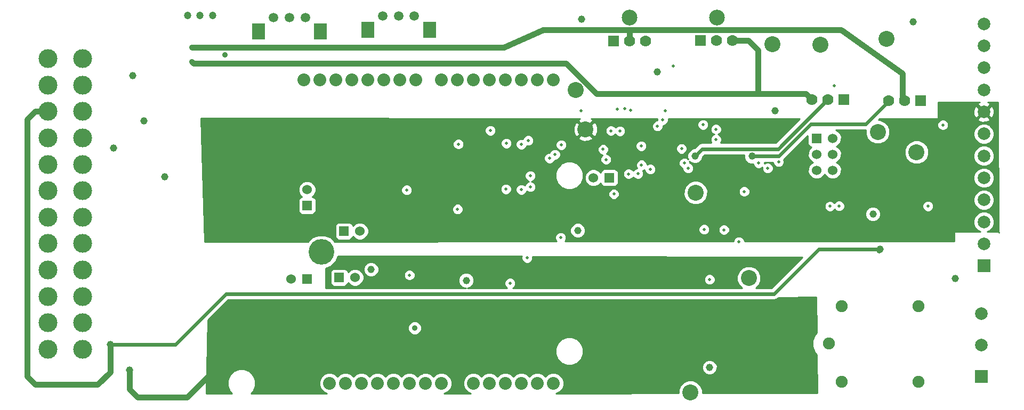
<source format=gbr>
G04 (created by PCBNEW (2013-07-07 BZR 4022)-stable) date 3/23/2014 1:55:33 AM*
%MOIN*%
G04 Gerber Fmt 3.4, Leading zero omitted, Abs format*
%FSLAX34Y34*%
G01*
G70*
G90*
G04 APERTURE LIST*
%ADD10C,0.006*%
%ADD11C,0.075*%
%ADD12R,0.06X0.06*%
%ADD13C,0.06*%
%ADD14R,0.0787402X0.0787402*%
%ADD15C,0.0787402*%
%ADD16C,0.0984252*%
%ADD17C,0.16*%
%ADD18C,0.07*%
%ADD19R,0.07X0.07*%
%ADD20C,0.0590551*%
%ADD21R,0.0787402X0.0984252*%
%ADD22C,0.0472441*%
%ADD23C,0.11811*%
%ADD24C,0.08*%
%ADD25C,0.1*%
%ADD26C,0.046*%
%ADD27C,0.035*%
%ADD28C,0.02*%
%ADD29C,0.024*%
%ADD30C,0.036*%
%ADD31C,0.01*%
G04 APERTURE END LIST*
G54D10*
G54D11*
X79325Y-68935D03*
X80125Y-66585D03*
X84925Y-66585D03*
X84925Y-71335D03*
X80125Y-71335D03*
G54D12*
X78562Y-56084D03*
G54D13*
X79562Y-56084D03*
X78562Y-57084D03*
X79562Y-57084D03*
X78562Y-58084D03*
X79562Y-58084D03*
G54D14*
X88845Y-70995D03*
G54D15*
X88845Y-69026D03*
X88845Y-67057D03*
G54D14*
X89015Y-64080D03*
G54D15*
X89015Y-62702D03*
X89015Y-61324D03*
X89015Y-59946D03*
X89015Y-58568D03*
X89015Y-57190D03*
X89015Y-55812D03*
X89015Y-54434D03*
X89015Y-53056D03*
X89015Y-51678D03*
X89015Y-50300D03*
X89015Y-48922D03*
G54D16*
X66845Y-48520D03*
X72315Y-48520D03*
G54D17*
X47600Y-63200D03*
G54D12*
X49000Y-61900D03*
G54D13*
X50000Y-61900D03*
G54D12*
X48700Y-64800D03*
G54D13*
X49700Y-64800D03*
G54D12*
X46700Y-64900D03*
G54D13*
X45700Y-64900D03*
G54D12*
X46700Y-60300D03*
G54D13*
X46700Y-59300D03*
G54D12*
X65600Y-58560D03*
G54D13*
X64600Y-58560D03*
G54D18*
X67860Y-50000D03*
X66860Y-50000D03*
G54D19*
X65860Y-50000D03*
G54D18*
X83060Y-53720D03*
X84060Y-53720D03*
G54D19*
X85060Y-53720D03*
G54D18*
X73295Y-49960D03*
X72295Y-49960D03*
G54D19*
X71295Y-49960D03*
G54D18*
X78255Y-53670D03*
X79255Y-53670D03*
G54D19*
X80255Y-53670D03*
G54D20*
X45595Y-48535D03*
X44610Y-48535D03*
X46579Y-48535D03*
G54D21*
X43665Y-49401D03*
X47524Y-49401D03*
G54D20*
X52425Y-48435D03*
X51440Y-48435D03*
X53409Y-48435D03*
G54D21*
X50495Y-49301D03*
X54354Y-49301D03*
G54D22*
X40010Y-48390D03*
X39222Y-48390D03*
X40797Y-48390D03*
G54D23*
X30480Y-51100D03*
X30480Y-69288D03*
X30480Y-67635D03*
X30480Y-65981D03*
X30480Y-64328D03*
X30480Y-62674D03*
X30480Y-61021D03*
X30480Y-59367D03*
X30480Y-57714D03*
X30480Y-56060D03*
X30480Y-54407D03*
X30480Y-52753D03*
X32645Y-51100D03*
X32645Y-69288D03*
X32645Y-67635D03*
X32645Y-65981D03*
X32645Y-64328D03*
X32645Y-62674D03*
X32645Y-61021D03*
X32645Y-59367D03*
X32645Y-57714D03*
X32645Y-56060D03*
X32645Y-54407D03*
X32645Y-52753D03*
G54D24*
X52100Y-71420D03*
X53100Y-71420D03*
X54100Y-71420D03*
X55100Y-71420D03*
X57100Y-71420D03*
X58100Y-71420D03*
X59100Y-71420D03*
X60100Y-71420D03*
X61100Y-71420D03*
X62100Y-71420D03*
X62100Y-52420D03*
X61100Y-52420D03*
X60100Y-52420D03*
X59100Y-52420D03*
X58100Y-52420D03*
X57100Y-52420D03*
X56100Y-52420D03*
X55100Y-52420D03*
X53500Y-52420D03*
X52500Y-52420D03*
X51500Y-52420D03*
X50500Y-52420D03*
X49500Y-52420D03*
X48500Y-52420D03*
X51100Y-71420D03*
X50100Y-71420D03*
X47500Y-52420D03*
X46500Y-52420D03*
X49100Y-71420D03*
X48100Y-71420D03*
G54D25*
X63510Y-53070D03*
X84810Y-56960D03*
X64110Y-55530D03*
X70995Y-59490D03*
X70665Y-71985D03*
X74325Y-64840D03*
X75790Y-50210D03*
X78780Y-50230D03*
X82920Y-49850D03*
X82380Y-55695D03*
G54D26*
X34400Y-69000D03*
X82530Y-63035D03*
X75315Y-67350D03*
X56000Y-69150D03*
X35600Y-70600D03*
X36500Y-55000D03*
G54D27*
X39500Y-51300D03*
X41565Y-50865D03*
G54D26*
X51300Y-65200D03*
X56840Y-64100D03*
X85480Y-55750D03*
G54D28*
X67460Y-55890D03*
G54D26*
X41400Y-62100D03*
X63000Y-60030D03*
X41300Y-60900D03*
X34600Y-56700D03*
G54D27*
X39500Y-50400D03*
G54D28*
X71874Y-64922D03*
X52920Y-59330D03*
X65210Y-56780D03*
X67590Y-56570D03*
X60650Y-58440D03*
X68150Y-58020D03*
X60660Y-59130D03*
X56110Y-60520D03*
X56150Y-56450D03*
X67610Y-57760D03*
X61850Y-57340D03*
X60520Y-56220D03*
X58160Y-55600D03*
X62590Y-56500D03*
X59150Y-56400D03*
X59130Y-59270D03*
X68610Y-55320D03*
X60090Y-59300D03*
X60090Y-56470D03*
X85526Y-60333D03*
X62200Y-57100D03*
X53100Y-64650D03*
X60460Y-63570D03*
X76181Y-57560D03*
X74934Y-57636D03*
G54D26*
X82080Y-60830D03*
G54D28*
X65880Y-59580D03*
G54D26*
X63620Y-61860D03*
G54D28*
X63830Y-54370D03*
X66090Y-54280D03*
X66940Y-54330D03*
X73702Y-62573D03*
X65387Y-57414D03*
X70112Y-56742D03*
X70525Y-57960D03*
X75502Y-57953D03*
G54D26*
X75960Y-54350D03*
G54D28*
X86450Y-55250D03*
X79650Y-52800D03*
G54D26*
X70956Y-57189D03*
X74516Y-57213D03*
X35790Y-52170D03*
G54D27*
X53429Y-67964D03*
G54D26*
X37800Y-58500D03*
X56645Y-64985D03*
X50700Y-64300D03*
X87225Y-64850D03*
X63855Y-48630D03*
X68590Y-51940D03*
X84590Y-48810D03*
G54D28*
X69600Y-51550D03*
G54D26*
X71865Y-70430D03*
G54D28*
X59390Y-65160D03*
X62550Y-62310D03*
X79975Y-60320D03*
X72765Y-61815D03*
X71520Y-61785D03*
X79400Y-60345D03*
X70280Y-57645D03*
X66255Y-55640D03*
X66805Y-58315D03*
X67385Y-58305D03*
X65700Y-55615D03*
X66569Y-54230D03*
X68936Y-54936D03*
X69104Y-54376D03*
X71449Y-55237D03*
X72268Y-55517D03*
X72268Y-56175D03*
X74039Y-59416D03*
G54D29*
X34400Y-69000D02*
X38450Y-69000D01*
X78680Y-63035D02*
X82530Y-63035D01*
X75880Y-65835D02*
X78680Y-63035D01*
X41615Y-65835D02*
X75880Y-65835D01*
X38450Y-69000D02*
X41615Y-65835D01*
G54D30*
X34385Y-70715D02*
X34385Y-69015D01*
X34385Y-69015D02*
X34400Y-69000D01*
X82530Y-63035D02*
X82465Y-63100D01*
X30480Y-54407D02*
X29692Y-54407D01*
X29692Y-54407D02*
X29200Y-54900D01*
X29200Y-54900D02*
X29200Y-71000D01*
X29200Y-71000D02*
X29700Y-71500D01*
X29700Y-71500D02*
X33600Y-71500D01*
X33600Y-71500D02*
X34385Y-70715D01*
X34385Y-70715D02*
X34400Y-70700D01*
X35600Y-70600D02*
X35600Y-71800D01*
X39200Y-72300D02*
X40800Y-70700D01*
X36100Y-72300D02*
X39200Y-72300D01*
X35600Y-71800D02*
X36100Y-72300D01*
X73315Y-49955D02*
X74305Y-49955D01*
X74900Y-50550D02*
X74900Y-53300D01*
X74305Y-49955D02*
X74900Y-50550D01*
X72400Y-53300D02*
X74900Y-53300D01*
X64800Y-53300D02*
X72400Y-53300D01*
X62900Y-51400D02*
X64800Y-53300D01*
X39600Y-51400D02*
X62900Y-51400D01*
X39500Y-51300D02*
X39600Y-51400D01*
X74900Y-53300D02*
X77900Y-53300D01*
X77900Y-53300D02*
X78300Y-53700D01*
X66850Y-49300D02*
X66850Y-49990D01*
X66850Y-49990D02*
X66860Y-50000D01*
X83941Y-52024D02*
X83941Y-53601D01*
X67850Y-49300D02*
X80090Y-49300D01*
X80090Y-49300D02*
X83941Y-52024D01*
X83941Y-53601D02*
X84060Y-53720D01*
X67250Y-49300D02*
X67850Y-49300D01*
X39500Y-50400D02*
X39900Y-50400D01*
X39900Y-50400D02*
X59000Y-50400D01*
X59000Y-50400D02*
X61450Y-49300D01*
X61450Y-49300D02*
X66850Y-49300D01*
X66850Y-49300D02*
X67250Y-49300D01*
G54D29*
X79300Y-53700D02*
X79200Y-53700D01*
X71395Y-56750D02*
X70956Y-57189D01*
X76150Y-56750D02*
X71395Y-56750D01*
X79200Y-53700D02*
X76150Y-56750D01*
X83060Y-53720D02*
X83060Y-53775D01*
X81620Y-55200D02*
X78210Y-55200D01*
X81635Y-55200D02*
X81620Y-55200D01*
X78210Y-55200D02*
X76197Y-57213D01*
X76197Y-57213D02*
X74516Y-57213D01*
X83060Y-53775D02*
X81635Y-55200D01*
G54D10*
G36*
X77667Y-63524D02*
X75726Y-65465D01*
X74760Y-65465D01*
X74960Y-65265D01*
X75074Y-64989D01*
X75075Y-64691D01*
X74961Y-64415D01*
X74750Y-64204D01*
X74474Y-64090D01*
X74176Y-64089D01*
X73900Y-64203D01*
X73689Y-64414D01*
X73575Y-64690D01*
X73574Y-64988D01*
X73688Y-65264D01*
X73889Y-65465D01*
X72224Y-65465D01*
X72224Y-64852D01*
X72170Y-64724D01*
X72072Y-64625D01*
X71943Y-64572D01*
X71804Y-64571D01*
X71676Y-64625D01*
X71577Y-64723D01*
X71524Y-64852D01*
X71523Y-64991D01*
X71577Y-65120D01*
X71675Y-65218D01*
X71804Y-65271D01*
X71943Y-65272D01*
X72072Y-65218D01*
X72170Y-65120D01*
X72223Y-64991D01*
X72224Y-64852D01*
X72224Y-65465D01*
X59568Y-65465D01*
X59588Y-65456D01*
X59686Y-65358D01*
X59739Y-65229D01*
X59740Y-65090D01*
X59686Y-64962D01*
X59588Y-64863D01*
X59459Y-64810D01*
X59320Y-64809D01*
X59192Y-64863D01*
X59093Y-64961D01*
X59040Y-65090D01*
X59039Y-65229D01*
X59093Y-65358D01*
X59191Y-65456D01*
X59211Y-65465D01*
X56740Y-65465D01*
X56916Y-65392D01*
X57051Y-65257D01*
X57124Y-65080D01*
X57125Y-64889D01*
X57052Y-64713D01*
X56917Y-64578D01*
X56740Y-64505D01*
X56549Y-64504D01*
X56373Y-64577D01*
X56238Y-64712D01*
X56165Y-64889D01*
X56164Y-65080D01*
X56237Y-65256D01*
X56372Y-65391D01*
X56549Y-65464D01*
X56644Y-65465D01*
X54129Y-65465D01*
X53450Y-65463D01*
X53450Y-64580D01*
X53396Y-64452D01*
X53298Y-64353D01*
X53169Y-64300D01*
X53030Y-64299D01*
X52902Y-64353D01*
X52803Y-64451D01*
X52750Y-64580D01*
X52749Y-64719D01*
X52803Y-64848D01*
X52901Y-64946D01*
X53030Y-64999D01*
X53169Y-65000D01*
X53298Y-64946D01*
X53396Y-64848D01*
X53449Y-64719D01*
X53450Y-64580D01*
X53450Y-65463D01*
X51180Y-65458D01*
X51180Y-64204D01*
X51107Y-64028D01*
X50972Y-63893D01*
X50795Y-63820D01*
X50604Y-63819D01*
X50428Y-63892D01*
X50293Y-64027D01*
X50220Y-64204D01*
X50219Y-64395D01*
X50292Y-64571D01*
X50427Y-64706D01*
X50604Y-64779D01*
X50795Y-64780D01*
X50971Y-64707D01*
X51106Y-64572D01*
X51179Y-64395D01*
X51180Y-64204D01*
X51180Y-65458D01*
X50250Y-65455D01*
X50250Y-64691D01*
X50166Y-64488D01*
X50011Y-64334D01*
X49809Y-64250D01*
X49591Y-64249D01*
X49388Y-64333D01*
X49250Y-64472D01*
X49250Y-64450D01*
X49212Y-64358D01*
X49141Y-64288D01*
X49049Y-64250D01*
X48950Y-64249D01*
X48350Y-64249D01*
X48258Y-64287D01*
X48188Y-64358D01*
X48150Y-64450D01*
X48149Y-64549D01*
X48149Y-65149D01*
X48187Y-65241D01*
X48258Y-65311D01*
X48350Y-65349D01*
X48449Y-65350D01*
X49049Y-65350D01*
X49141Y-65312D01*
X49211Y-65241D01*
X49249Y-65149D01*
X49249Y-65127D01*
X49388Y-65265D01*
X49590Y-65349D01*
X49808Y-65350D01*
X50011Y-65266D01*
X50165Y-65111D01*
X50249Y-64909D01*
X50250Y-64691D01*
X50250Y-65455D01*
X47850Y-65450D01*
X47850Y-64232D01*
X48194Y-64090D01*
X48489Y-63795D01*
X48632Y-63452D01*
X60118Y-63480D01*
X60110Y-63500D01*
X60109Y-63639D01*
X60163Y-63768D01*
X60261Y-63866D01*
X60390Y-63919D01*
X60529Y-63920D01*
X60658Y-63866D01*
X60756Y-63768D01*
X60809Y-63639D01*
X60810Y-63500D01*
X60802Y-63482D01*
X77667Y-63524D01*
X77667Y-63524D01*
G37*
G54D31*
X77667Y-63524D02*
X75726Y-65465D01*
X74760Y-65465D01*
X74960Y-65265D01*
X75074Y-64989D01*
X75075Y-64691D01*
X74961Y-64415D01*
X74750Y-64204D01*
X74474Y-64090D01*
X74176Y-64089D01*
X73900Y-64203D01*
X73689Y-64414D01*
X73575Y-64690D01*
X73574Y-64988D01*
X73688Y-65264D01*
X73889Y-65465D01*
X72224Y-65465D01*
X72224Y-64852D01*
X72170Y-64724D01*
X72072Y-64625D01*
X71943Y-64572D01*
X71804Y-64571D01*
X71676Y-64625D01*
X71577Y-64723D01*
X71524Y-64852D01*
X71523Y-64991D01*
X71577Y-65120D01*
X71675Y-65218D01*
X71804Y-65271D01*
X71943Y-65272D01*
X72072Y-65218D01*
X72170Y-65120D01*
X72223Y-64991D01*
X72224Y-64852D01*
X72224Y-65465D01*
X59568Y-65465D01*
X59588Y-65456D01*
X59686Y-65358D01*
X59739Y-65229D01*
X59740Y-65090D01*
X59686Y-64962D01*
X59588Y-64863D01*
X59459Y-64810D01*
X59320Y-64809D01*
X59192Y-64863D01*
X59093Y-64961D01*
X59040Y-65090D01*
X59039Y-65229D01*
X59093Y-65358D01*
X59191Y-65456D01*
X59211Y-65465D01*
X56740Y-65465D01*
X56916Y-65392D01*
X57051Y-65257D01*
X57124Y-65080D01*
X57125Y-64889D01*
X57052Y-64713D01*
X56917Y-64578D01*
X56740Y-64505D01*
X56549Y-64504D01*
X56373Y-64577D01*
X56238Y-64712D01*
X56165Y-64889D01*
X56164Y-65080D01*
X56237Y-65256D01*
X56372Y-65391D01*
X56549Y-65464D01*
X56644Y-65465D01*
X54129Y-65465D01*
X53450Y-65463D01*
X53450Y-64580D01*
X53396Y-64452D01*
X53298Y-64353D01*
X53169Y-64300D01*
X53030Y-64299D01*
X52902Y-64353D01*
X52803Y-64451D01*
X52750Y-64580D01*
X52749Y-64719D01*
X52803Y-64848D01*
X52901Y-64946D01*
X53030Y-64999D01*
X53169Y-65000D01*
X53298Y-64946D01*
X53396Y-64848D01*
X53449Y-64719D01*
X53450Y-64580D01*
X53450Y-65463D01*
X51180Y-65458D01*
X51180Y-64204D01*
X51107Y-64028D01*
X50972Y-63893D01*
X50795Y-63820D01*
X50604Y-63819D01*
X50428Y-63892D01*
X50293Y-64027D01*
X50220Y-64204D01*
X50219Y-64395D01*
X50292Y-64571D01*
X50427Y-64706D01*
X50604Y-64779D01*
X50795Y-64780D01*
X50971Y-64707D01*
X51106Y-64572D01*
X51179Y-64395D01*
X51180Y-64204D01*
X51180Y-65458D01*
X50250Y-65455D01*
X50250Y-64691D01*
X50166Y-64488D01*
X50011Y-64334D01*
X49809Y-64250D01*
X49591Y-64249D01*
X49388Y-64333D01*
X49250Y-64472D01*
X49250Y-64450D01*
X49212Y-64358D01*
X49141Y-64288D01*
X49049Y-64250D01*
X48950Y-64249D01*
X48350Y-64249D01*
X48258Y-64287D01*
X48188Y-64358D01*
X48150Y-64450D01*
X48149Y-64549D01*
X48149Y-65149D01*
X48187Y-65241D01*
X48258Y-65311D01*
X48350Y-65349D01*
X48449Y-65350D01*
X49049Y-65350D01*
X49141Y-65312D01*
X49211Y-65241D01*
X49249Y-65149D01*
X49249Y-65127D01*
X49388Y-65265D01*
X49590Y-65349D01*
X49808Y-65350D01*
X50011Y-65266D01*
X50165Y-65111D01*
X50249Y-64909D01*
X50250Y-64691D01*
X50250Y-65455D01*
X47850Y-65450D01*
X47850Y-64232D01*
X48194Y-64090D01*
X48489Y-63795D01*
X48632Y-63452D01*
X60118Y-63480D01*
X60110Y-63500D01*
X60109Y-63639D01*
X60163Y-63768D01*
X60261Y-63866D01*
X60390Y-63919D01*
X60529Y-63920D01*
X60658Y-63866D01*
X60756Y-63768D01*
X60809Y-63639D01*
X60810Y-63500D01*
X60802Y-63482D01*
X77667Y-63524D01*
G54D10*
G36*
X78595Y-72040D02*
X72345Y-72043D01*
X72345Y-70334D01*
X72272Y-70158D01*
X72137Y-70023D01*
X71960Y-69950D01*
X71769Y-69949D01*
X71593Y-70022D01*
X71458Y-70157D01*
X71385Y-70334D01*
X71384Y-70525D01*
X71457Y-70701D01*
X71592Y-70836D01*
X71769Y-70909D01*
X71960Y-70910D01*
X72136Y-70837D01*
X72271Y-70702D01*
X72344Y-70525D01*
X72345Y-70334D01*
X72345Y-72043D01*
X71414Y-72044D01*
X71415Y-71836D01*
X71301Y-71560D01*
X71090Y-71349D01*
X70814Y-71235D01*
X70516Y-71234D01*
X70240Y-71348D01*
X70029Y-71559D01*
X69915Y-71835D01*
X69914Y-72045D01*
X63975Y-72048D01*
X63975Y-69246D01*
X63842Y-68925D01*
X63596Y-68678D01*
X63274Y-68545D01*
X62926Y-68544D01*
X62605Y-68677D01*
X62358Y-68923D01*
X62225Y-69245D01*
X62224Y-69593D01*
X62357Y-69915D01*
X62603Y-70161D01*
X62925Y-70294D01*
X63273Y-70295D01*
X63595Y-70162D01*
X63841Y-69916D01*
X63974Y-69594D01*
X63975Y-69246D01*
X63975Y-72048D01*
X62278Y-72049D01*
X62467Y-71971D01*
X62650Y-71788D01*
X62749Y-71549D01*
X62750Y-71291D01*
X62651Y-71052D01*
X62468Y-70869D01*
X62229Y-70770D01*
X61971Y-70769D01*
X61732Y-70868D01*
X61599Y-71000D01*
X61468Y-70869D01*
X61229Y-70770D01*
X60971Y-70769D01*
X60732Y-70868D01*
X60599Y-71000D01*
X60468Y-70869D01*
X60229Y-70770D01*
X59971Y-70769D01*
X59732Y-70868D01*
X59599Y-71000D01*
X59468Y-70869D01*
X59229Y-70770D01*
X58971Y-70769D01*
X58732Y-70868D01*
X58599Y-71000D01*
X58468Y-70869D01*
X58229Y-70770D01*
X57971Y-70769D01*
X57732Y-70868D01*
X57599Y-71000D01*
X57468Y-70869D01*
X57229Y-70770D01*
X56971Y-70769D01*
X56732Y-70868D01*
X56549Y-71051D01*
X56450Y-71290D01*
X56449Y-71548D01*
X56548Y-71787D01*
X56731Y-71970D01*
X56928Y-72052D01*
X55268Y-72053D01*
X55467Y-71971D01*
X55650Y-71788D01*
X55749Y-71549D01*
X55750Y-71291D01*
X55651Y-71052D01*
X55468Y-70869D01*
X55229Y-70770D01*
X54971Y-70769D01*
X54732Y-70868D01*
X54599Y-71000D01*
X54468Y-70869D01*
X54229Y-70770D01*
X53971Y-70769D01*
X53854Y-70818D01*
X53854Y-67879D01*
X53789Y-67723D01*
X53670Y-67603D01*
X53513Y-67539D01*
X53344Y-67538D01*
X53188Y-67603D01*
X53068Y-67722D01*
X53004Y-67879D01*
X53003Y-68048D01*
X53068Y-68204D01*
X53187Y-68324D01*
X53344Y-68388D01*
X53513Y-68389D01*
X53669Y-68324D01*
X53789Y-68205D01*
X53853Y-68048D01*
X53854Y-67879D01*
X53854Y-70818D01*
X53732Y-70868D01*
X53599Y-71000D01*
X53468Y-70869D01*
X53229Y-70770D01*
X52971Y-70769D01*
X52732Y-70868D01*
X52599Y-71000D01*
X52468Y-70869D01*
X52229Y-70770D01*
X51971Y-70769D01*
X51732Y-70868D01*
X51599Y-71000D01*
X51468Y-70869D01*
X51229Y-70770D01*
X50971Y-70769D01*
X50732Y-70868D01*
X50599Y-71000D01*
X50468Y-70869D01*
X50229Y-70770D01*
X49971Y-70769D01*
X49732Y-70868D01*
X49599Y-71000D01*
X49468Y-70869D01*
X49229Y-70770D01*
X48971Y-70769D01*
X48732Y-70868D01*
X48599Y-71000D01*
X48468Y-70869D01*
X48229Y-70770D01*
X47971Y-70769D01*
X47732Y-70868D01*
X47549Y-71051D01*
X47450Y-71290D01*
X47449Y-71548D01*
X47548Y-71787D01*
X47731Y-71970D01*
X47941Y-72058D01*
X43196Y-72060D01*
X43341Y-71916D01*
X43474Y-71594D01*
X43475Y-71246D01*
X43342Y-70925D01*
X43096Y-70678D01*
X42774Y-70545D01*
X42426Y-70544D01*
X42105Y-70677D01*
X41858Y-70923D01*
X41725Y-71245D01*
X41724Y-71593D01*
X41857Y-71915D01*
X42004Y-72061D01*
X40391Y-72062D01*
X40507Y-67466D01*
X41768Y-66205D01*
X75880Y-66205D01*
X76021Y-66176D01*
X76141Y-66096D01*
X76187Y-66050D01*
X78530Y-66040D01*
X78554Y-68255D01*
X78456Y-68353D01*
X78300Y-68730D01*
X78299Y-69137D01*
X78455Y-69514D01*
X78569Y-69628D01*
X78595Y-72040D01*
X78595Y-72040D01*
G37*
G54D31*
X78595Y-72040D02*
X72345Y-72043D01*
X72345Y-70334D01*
X72272Y-70158D01*
X72137Y-70023D01*
X71960Y-69950D01*
X71769Y-69949D01*
X71593Y-70022D01*
X71458Y-70157D01*
X71385Y-70334D01*
X71384Y-70525D01*
X71457Y-70701D01*
X71592Y-70836D01*
X71769Y-70909D01*
X71960Y-70910D01*
X72136Y-70837D01*
X72271Y-70702D01*
X72344Y-70525D01*
X72345Y-70334D01*
X72345Y-72043D01*
X71414Y-72044D01*
X71415Y-71836D01*
X71301Y-71560D01*
X71090Y-71349D01*
X70814Y-71235D01*
X70516Y-71234D01*
X70240Y-71348D01*
X70029Y-71559D01*
X69915Y-71835D01*
X69914Y-72045D01*
X63975Y-72048D01*
X63975Y-69246D01*
X63842Y-68925D01*
X63596Y-68678D01*
X63274Y-68545D01*
X62926Y-68544D01*
X62605Y-68677D01*
X62358Y-68923D01*
X62225Y-69245D01*
X62224Y-69593D01*
X62357Y-69915D01*
X62603Y-70161D01*
X62925Y-70294D01*
X63273Y-70295D01*
X63595Y-70162D01*
X63841Y-69916D01*
X63974Y-69594D01*
X63975Y-69246D01*
X63975Y-72048D01*
X62278Y-72049D01*
X62467Y-71971D01*
X62650Y-71788D01*
X62749Y-71549D01*
X62750Y-71291D01*
X62651Y-71052D01*
X62468Y-70869D01*
X62229Y-70770D01*
X61971Y-70769D01*
X61732Y-70868D01*
X61599Y-71000D01*
X61468Y-70869D01*
X61229Y-70770D01*
X60971Y-70769D01*
X60732Y-70868D01*
X60599Y-71000D01*
X60468Y-70869D01*
X60229Y-70770D01*
X59971Y-70769D01*
X59732Y-70868D01*
X59599Y-71000D01*
X59468Y-70869D01*
X59229Y-70770D01*
X58971Y-70769D01*
X58732Y-70868D01*
X58599Y-71000D01*
X58468Y-70869D01*
X58229Y-70770D01*
X57971Y-70769D01*
X57732Y-70868D01*
X57599Y-71000D01*
X57468Y-70869D01*
X57229Y-70770D01*
X56971Y-70769D01*
X56732Y-70868D01*
X56549Y-71051D01*
X56450Y-71290D01*
X56449Y-71548D01*
X56548Y-71787D01*
X56731Y-71970D01*
X56928Y-72052D01*
X55268Y-72053D01*
X55467Y-71971D01*
X55650Y-71788D01*
X55749Y-71549D01*
X55750Y-71291D01*
X55651Y-71052D01*
X55468Y-70869D01*
X55229Y-70770D01*
X54971Y-70769D01*
X54732Y-70868D01*
X54599Y-71000D01*
X54468Y-70869D01*
X54229Y-70770D01*
X53971Y-70769D01*
X53854Y-70818D01*
X53854Y-67879D01*
X53789Y-67723D01*
X53670Y-67603D01*
X53513Y-67539D01*
X53344Y-67538D01*
X53188Y-67603D01*
X53068Y-67722D01*
X53004Y-67879D01*
X53003Y-68048D01*
X53068Y-68204D01*
X53187Y-68324D01*
X53344Y-68388D01*
X53513Y-68389D01*
X53669Y-68324D01*
X53789Y-68205D01*
X53853Y-68048D01*
X53854Y-67879D01*
X53854Y-70818D01*
X53732Y-70868D01*
X53599Y-71000D01*
X53468Y-70869D01*
X53229Y-70770D01*
X52971Y-70769D01*
X52732Y-70868D01*
X52599Y-71000D01*
X52468Y-70869D01*
X52229Y-70770D01*
X51971Y-70769D01*
X51732Y-70868D01*
X51599Y-71000D01*
X51468Y-70869D01*
X51229Y-70770D01*
X50971Y-70769D01*
X50732Y-70868D01*
X50599Y-71000D01*
X50468Y-70869D01*
X50229Y-70770D01*
X49971Y-70769D01*
X49732Y-70868D01*
X49599Y-71000D01*
X49468Y-70869D01*
X49229Y-70770D01*
X48971Y-70769D01*
X48732Y-70868D01*
X48599Y-71000D01*
X48468Y-70869D01*
X48229Y-70770D01*
X47971Y-70769D01*
X47732Y-70868D01*
X47549Y-71051D01*
X47450Y-71290D01*
X47449Y-71548D01*
X47548Y-71787D01*
X47731Y-71970D01*
X47941Y-72058D01*
X43196Y-72060D01*
X43341Y-71916D01*
X43474Y-71594D01*
X43475Y-71246D01*
X43342Y-70925D01*
X43096Y-70678D01*
X42774Y-70545D01*
X42426Y-70544D01*
X42105Y-70677D01*
X41858Y-70923D01*
X41725Y-71245D01*
X41724Y-71593D01*
X41857Y-71915D01*
X42004Y-72061D01*
X40391Y-72062D01*
X40507Y-67466D01*
X41768Y-66205D01*
X75880Y-66205D01*
X76021Y-66176D01*
X76141Y-66096D01*
X76187Y-66050D01*
X78530Y-66040D01*
X78554Y-68255D01*
X78456Y-68353D01*
X78300Y-68730D01*
X78299Y-69137D01*
X78455Y-69514D01*
X78569Y-69628D01*
X78595Y-72040D01*
G54D10*
G36*
X89919Y-61930D02*
X89662Y-61930D01*
X89662Y-54538D01*
X89653Y-54282D01*
X89573Y-54090D01*
X89468Y-54051D01*
X89085Y-54434D01*
X89468Y-54817D01*
X89573Y-54778D01*
X89662Y-54538D01*
X89662Y-61930D01*
X89234Y-61930D01*
X89379Y-61870D01*
X89560Y-61689D01*
X89658Y-61452D01*
X89658Y-61196D01*
X89658Y-59818D01*
X89658Y-58440D01*
X89658Y-57062D01*
X89658Y-55684D01*
X89561Y-55448D01*
X89398Y-55284D01*
X89398Y-54888D01*
X89015Y-54505D01*
X88944Y-54575D01*
X88944Y-54434D01*
X88561Y-54051D01*
X88456Y-54090D01*
X88367Y-54330D01*
X88376Y-54586D01*
X88456Y-54778D01*
X88561Y-54817D01*
X88944Y-54434D01*
X88944Y-54575D01*
X88631Y-54888D01*
X88670Y-54993D01*
X88910Y-55082D01*
X89166Y-55072D01*
X89359Y-54993D01*
X89398Y-54888D01*
X89398Y-55284D01*
X89380Y-55266D01*
X89143Y-55168D01*
X88887Y-55168D01*
X88650Y-55266D01*
X88469Y-55447D01*
X88371Y-55683D01*
X88371Y-55939D01*
X88468Y-56176D01*
X88649Y-56357D01*
X88886Y-56455D01*
X89142Y-56456D01*
X89379Y-56358D01*
X89560Y-56177D01*
X89658Y-55940D01*
X89658Y-55684D01*
X89658Y-57062D01*
X89561Y-56826D01*
X89380Y-56644D01*
X89143Y-56546D01*
X88887Y-56546D01*
X88650Y-56644D01*
X88469Y-56825D01*
X88371Y-57061D01*
X88371Y-57317D01*
X88468Y-57554D01*
X88649Y-57735D01*
X88886Y-57833D01*
X89142Y-57834D01*
X89379Y-57736D01*
X89560Y-57555D01*
X89658Y-57318D01*
X89658Y-57062D01*
X89658Y-58440D01*
X89561Y-58204D01*
X89380Y-58022D01*
X89143Y-57924D01*
X88887Y-57924D01*
X88650Y-58022D01*
X88469Y-58203D01*
X88371Y-58439D01*
X88371Y-58695D01*
X88468Y-58932D01*
X88649Y-59113D01*
X88886Y-59211D01*
X89142Y-59212D01*
X89379Y-59114D01*
X89560Y-58933D01*
X89658Y-58696D01*
X89658Y-58440D01*
X89658Y-59818D01*
X89561Y-59581D01*
X89380Y-59400D01*
X89143Y-59302D01*
X88887Y-59302D01*
X88650Y-59400D01*
X88469Y-59581D01*
X88371Y-59817D01*
X88371Y-60073D01*
X88468Y-60310D01*
X88649Y-60491D01*
X88886Y-60589D01*
X89142Y-60589D01*
X89379Y-60492D01*
X89560Y-60311D01*
X89658Y-60074D01*
X89658Y-59818D01*
X89658Y-61196D01*
X89561Y-60959D01*
X89380Y-60778D01*
X89143Y-60680D01*
X88887Y-60680D01*
X88650Y-60778D01*
X88469Y-60958D01*
X88371Y-61195D01*
X88371Y-61451D01*
X88468Y-61688D01*
X88649Y-61869D01*
X88795Y-61930D01*
X87158Y-61930D01*
X87178Y-62520D01*
X86800Y-62520D01*
X86800Y-55180D01*
X86746Y-55052D01*
X86648Y-54953D01*
X86519Y-54900D01*
X86380Y-54899D01*
X86252Y-54953D01*
X86153Y-55051D01*
X86100Y-55180D01*
X86099Y-55319D01*
X86153Y-55448D01*
X86251Y-55546D01*
X86380Y-55599D01*
X86519Y-55600D01*
X86648Y-55546D01*
X86746Y-55448D01*
X86799Y-55319D01*
X86800Y-55180D01*
X86800Y-62520D01*
X85876Y-62521D01*
X85876Y-60263D01*
X85822Y-60135D01*
X85724Y-60036D01*
X85595Y-59983D01*
X85560Y-59983D01*
X85560Y-56811D01*
X85446Y-56535D01*
X85235Y-56324D01*
X84959Y-56210D01*
X84661Y-56209D01*
X84385Y-56323D01*
X84174Y-56534D01*
X84060Y-56810D01*
X84059Y-57108D01*
X84173Y-57384D01*
X84384Y-57595D01*
X84660Y-57709D01*
X84958Y-57710D01*
X85234Y-57596D01*
X85445Y-57385D01*
X85559Y-57109D01*
X85560Y-56811D01*
X85560Y-59983D01*
X85456Y-59982D01*
X85328Y-60036D01*
X85229Y-60134D01*
X85176Y-60263D01*
X85175Y-60402D01*
X85229Y-60531D01*
X85327Y-60629D01*
X85456Y-60682D01*
X85595Y-60683D01*
X85724Y-60629D01*
X85822Y-60531D01*
X85875Y-60402D01*
X85876Y-60263D01*
X85876Y-62521D01*
X82560Y-62523D01*
X82560Y-60734D01*
X82487Y-60558D01*
X82352Y-60423D01*
X82175Y-60350D01*
X81984Y-60349D01*
X81808Y-60422D01*
X81673Y-60557D01*
X81600Y-60734D01*
X81599Y-60925D01*
X81672Y-61101D01*
X81807Y-61236D01*
X81984Y-61309D01*
X82175Y-61310D01*
X82351Y-61237D01*
X82486Y-61102D01*
X82559Y-60925D01*
X82560Y-60734D01*
X82560Y-62523D01*
X80325Y-62525D01*
X80325Y-60250D01*
X80271Y-60122D01*
X80173Y-60023D01*
X80044Y-59970D01*
X79905Y-59969D01*
X79777Y-60023D01*
X79678Y-60121D01*
X79676Y-60126D01*
X79598Y-60048D01*
X79469Y-59995D01*
X79330Y-59994D01*
X79202Y-60048D01*
X79103Y-60146D01*
X79050Y-60275D01*
X79049Y-60414D01*
X79103Y-60543D01*
X79201Y-60641D01*
X79330Y-60694D01*
X79469Y-60695D01*
X79598Y-60641D01*
X79696Y-60543D01*
X79698Y-60538D01*
X79776Y-60616D01*
X79905Y-60669D01*
X80044Y-60670D01*
X80173Y-60616D01*
X80271Y-60518D01*
X80324Y-60389D01*
X80325Y-60250D01*
X80325Y-62525D01*
X74389Y-62530D01*
X74389Y-59346D01*
X74335Y-59218D01*
X74237Y-59119D01*
X74108Y-59066D01*
X73969Y-59065D01*
X73841Y-59119D01*
X73742Y-59217D01*
X73689Y-59346D01*
X73688Y-59485D01*
X73742Y-59614D01*
X73840Y-59712D01*
X73969Y-59765D01*
X74108Y-59766D01*
X74237Y-59712D01*
X74335Y-59614D01*
X74388Y-59485D01*
X74389Y-59346D01*
X74389Y-62530D01*
X74052Y-62531D01*
X74052Y-62503D01*
X73998Y-62375D01*
X73900Y-62276D01*
X73771Y-62223D01*
X73632Y-62222D01*
X73504Y-62276D01*
X73405Y-62374D01*
X73352Y-62503D01*
X73352Y-62531D01*
X73115Y-62532D01*
X73115Y-61745D01*
X73061Y-61617D01*
X72963Y-61518D01*
X72834Y-61465D01*
X72695Y-61464D01*
X72567Y-61518D01*
X72468Y-61616D01*
X72415Y-61745D01*
X72414Y-61884D01*
X72468Y-62013D01*
X72566Y-62111D01*
X72695Y-62164D01*
X72834Y-62165D01*
X72963Y-62111D01*
X73061Y-62013D01*
X73114Y-61884D01*
X73115Y-61745D01*
X73115Y-62532D01*
X71870Y-62533D01*
X71870Y-61715D01*
X71816Y-61587D01*
X71745Y-61515D01*
X71745Y-59341D01*
X71631Y-59065D01*
X71420Y-58854D01*
X71144Y-58740D01*
X70846Y-58739D01*
X70570Y-58853D01*
X70359Y-59064D01*
X70245Y-59340D01*
X70244Y-59638D01*
X70358Y-59914D01*
X70569Y-60125D01*
X70845Y-60239D01*
X71143Y-60240D01*
X71419Y-60126D01*
X71630Y-59915D01*
X71744Y-59639D01*
X71745Y-59341D01*
X71745Y-61515D01*
X71718Y-61488D01*
X71589Y-61435D01*
X71450Y-61434D01*
X71322Y-61488D01*
X71223Y-61586D01*
X71170Y-61715D01*
X71169Y-61854D01*
X71223Y-61983D01*
X71321Y-62081D01*
X71450Y-62134D01*
X71589Y-62135D01*
X71718Y-62081D01*
X71816Y-61983D01*
X71869Y-61854D01*
X71870Y-61715D01*
X71870Y-62533D01*
X68500Y-62535D01*
X68500Y-57950D01*
X68446Y-57822D01*
X68348Y-57723D01*
X68219Y-57670D01*
X68080Y-57669D01*
X67960Y-57719D01*
X67960Y-57690D01*
X67940Y-57642D01*
X67940Y-56500D01*
X67886Y-56372D01*
X67788Y-56273D01*
X67659Y-56220D01*
X67520Y-56219D01*
X67392Y-56273D01*
X67293Y-56371D01*
X67240Y-56500D01*
X67239Y-56639D01*
X67293Y-56768D01*
X67391Y-56866D01*
X67520Y-56919D01*
X67659Y-56920D01*
X67788Y-56866D01*
X67886Y-56768D01*
X67939Y-56639D01*
X67940Y-56500D01*
X67940Y-57642D01*
X67906Y-57562D01*
X67808Y-57463D01*
X67679Y-57410D01*
X67540Y-57409D01*
X67412Y-57463D01*
X67313Y-57561D01*
X67260Y-57690D01*
X67259Y-57829D01*
X67312Y-57956D01*
X67187Y-58008D01*
X67089Y-58105D01*
X67003Y-58018D01*
X66874Y-57965D01*
X66735Y-57964D01*
X66607Y-58018D01*
X66605Y-58020D01*
X66605Y-55570D01*
X66551Y-55442D01*
X66453Y-55343D01*
X66324Y-55290D01*
X66185Y-55289D01*
X66057Y-55343D01*
X65989Y-55410D01*
X65898Y-55318D01*
X65769Y-55265D01*
X65630Y-55264D01*
X65502Y-55318D01*
X65403Y-55416D01*
X65350Y-55545D01*
X65349Y-55684D01*
X65403Y-55813D01*
X65501Y-55911D01*
X65630Y-55964D01*
X65769Y-55965D01*
X65898Y-55911D01*
X65965Y-55844D01*
X66056Y-55936D01*
X66185Y-55989D01*
X66324Y-55990D01*
X66453Y-55936D01*
X66551Y-55838D01*
X66604Y-55709D01*
X66605Y-55570D01*
X66605Y-58020D01*
X66508Y-58116D01*
X66455Y-58245D01*
X66454Y-58384D01*
X66508Y-58513D01*
X66606Y-58611D01*
X66735Y-58664D01*
X66874Y-58665D01*
X67003Y-58611D01*
X67100Y-58514D01*
X67186Y-58601D01*
X67315Y-58654D01*
X67454Y-58655D01*
X67583Y-58601D01*
X67681Y-58503D01*
X67734Y-58374D01*
X67735Y-58235D01*
X67682Y-58108D01*
X67799Y-58060D01*
X67799Y-58089D01*
X67853Y-58218D01*
X67951Y-58316D01*
X68080Y-58369D01*
X68219Y-58370D01*
X68348Y-58316D01*
X68446Y-58218D01*
X68499Y-58089D01*
X68500Y-57950D01*
X68500Y-62535D01*
X66230Y-62537D01*
X66230Y-59510D01*
X66176Y-59382D01*
X66150Y-59355D01*
X66150Y-58810D01*
X66150Y-58210D01*
X66112Y-58118D01*
X66041Y-58048D01*
X65949Y-58010D01*
X65850Y-58009D01*
X65737Y-58009D01*
X65737Y-57344D01*
X65683Y-57216D01*
X65585Y-57117D01*
X65456Y-57064D01*
X65420Y-57064D01*
X65506Y-56978D01*
X65559Y-56849D01*
X65560Y-56710D01*
X65506Y-56582D01*
X65408Y-56483D01*
X65279Y-56430D01*
X65140Y-56429D01*
X65012Y-56483D01*
X64913Y-56581D01*
X64863Y-56701D01*
X64863Y-55659D01*
X64855Y-55361D01*
X64756Y-55121D01*
X64640Y-55070D01*
X64180Y-55530D01*
X64640Y-55989D01*
X64756Y-55938D01*
X64863Y-55659D01*
X64863Y-56701D01*
X64860Y-56710D01*
X64859Y-56849D01*
X64913Y-56978D01*
X65011Y-57076D01*
X65140Y-57129D01*
X65176Y-57129D01*
X65090Y-57215D01*
X65037Y-57344D01*
X65036Y-57483D01*
X65090Y-57612D01*
X65188Y-57710D01*
X65317Y-57763D01*
X65456Y-57764D01*
X65585Y-57710D01*
X65683Y-57612D01*
X65736Y-57483D01*
X65737Y-57344D01*
X65737Y-58009D01*
X65250Y-58009D01*
X65158Y-58047D01*
X65088Y-58118D01*
X65050Y-58210D01*
X65050Y-58232D01*
X64911Y-58094D01*
X64709Y-58010D01*
X64569Y-58009D01*
X64569Y-56060D01*
X64110Y-55600D01*
X64039Y-55671D01*
X64039Y-55530D01*
X63579Y-55070D01*
X63463Y-55121D01*
X63356Y-55400D01*
X63364Y-55698D01*
X63463Y-55938D01*
X63579Y-55989D01*
X64039Y-55530D01*
X64039Y-55671D01*
X63650Y-56060D01*
X63701Y-56176D01*
X63980Y-56283D01*
X64278Y-56275D01*
X64518Y-56176D01*
X64569Y-56060D01*
X64569Y-58009D01*
X64491Y-58009D01*
X64288Y-58093D01*
X64134Y-58248D01*
X64050Y-58450D01*
X64049Y-58668D01*
X64133Y-58871D01*
X64288Y-59025D01*
X64490Y-59109D01*
X64708Y-59110D01*
X64911Y-59026D01*
X65049Y-58887D01*
X65049Y-58909D01*
X65087Y-59001D01*
X65158Y-59071D01*
X65250Y-59109D01*
X65349Y-59110D01*
X65949Y-59110D01*
X66041Y-59072D01*
X66111Y-59001D01*
X66149Y-58909D01*
X66150Y-58810D01*
X66150Y-59355D01*
X66078Y-59283D01*
X65949Y-59230D01*
X65810Y-59229D01*
X65682Y-59283D01*
X65583Y-59381D01*
X65530Y-59510D01*
X65529Y-59649D01*
X65583Y-59778D01*
X65681Y-59876D01*
X65810Y-59929D01*
X65949Y-59930D01*
X66078Y-59876D01*
X66176Y-59778D01*
X66229Y-59649D01*
X66230Y-59510D01*
X66230Y-62537D01*
X64100Y-62539D01*
X64100Y-61764D01*
X64027Y-61588D01*
X63975Y-61536D01*
X63975Y-58246D01*
X63842Y-57925D01*
X63596Y-57678D01*
X63274Y-57545D01*
X62940Y-57544D01*
X62940Y-56430D01*
X62886Y-56302D01*
X62788Y-56203D01*
X62659Y-56150D01*
X62520Y-56149D01*
X62392Y-56203D01*
X62293Y-56301D01*
X62240Y-56430D01*
X62239Y-56569D01*
X62293Y-56698D01*
X62391Y-56796D01*
X62520Y-56849D01*
X62659Y-56850D01*
X62788Y-56796D01*
X62886Y-56698D01*
X62939Y-56569D01*
X62940Y-56430D01*
X62940Y-57544D01*
X62926Y-57544D01*
X62605Y-57677D01*
X62550Y-57732D01*
X62550Y-57030D01*
X62496Y-56902D01*
X62398Y-56803D01*
X62269Y-56750D01*
X62130Y-56749D01*
X62002Y-56803D01*
X61903Y-56901D01*
X61866Y-56990D01*
X61780Y-56989D01*
X61652Y-57043D01*
X61553Y-57141D01*
X61500Y-57270D01*
X61499Y-57409D01*
X61553Y-57538D01*
X61651Y-57636D01*
X61780Y-57689D01*
X61919Y-57690D01*
X62048Y-57636D01*
X62146Y-57538D01*
X62183Y-57449D01*
X62269Y-57450D01*
X62398Y-57396D01*
X62496Y-57298D01*
X62549Y-57169D01*
X62550Y-57030D01*
X62550Y-57732D01*
X62358Y-57923D01*
X62225Y-58245D01*
X62224Y-58593D01*
X62357Y-58915D01*
X62603Y-59161D01*
X62925Y-59294D01*
X63273Y-59295D01*
X63595Y-59162D01*
X63841Y-58916D01*
X63974Y-58594D01*
X63975Y-58246D01*
X63975Y-61536D01*
X63892Y-61453D01*
X63715Y-61380D01*
X63524Y-61379D01*
X63348Y-61452D01*
X63213Y-61587D01*
X63140Y-61764D01*
X63139Y-61955D01*
X63212Y-62131D01*
X63347Y-62266D01*
X63524Y-62339D01*
X63715Y-62340D01*
X63891Y-62267D01*
X64026Y-62132D01*
X64099Y-61955D01*
X64100Y-61764D01*
X64100Y-62539D01*
X62814Y-62540D01*
X62846Y-62508D01*
X62899Y-62379D01*
X62900Y-62240D01*
X62846Y-62112D01*
X62748Y-62013D01*
X62619Y-61960D01*
X62480Y-61959D01*
X62352Y-62013D01*
X62253Y-62111D01*
X62200Y-62240D01*
X62199Y-62379D01*
X62253Y-62508D01*
X62286Y-62541D01*
X61010Y-62542D01*
X61010Y-59060D01*
X60956Y-58932D01*
X60858Y-58833D01*
X60736Y-58782D01*
X60848Y-58736D01*
X60946Y-58638D01*
X60999Y-58509D01*
X61000Y-58370D01*
X60946Y-58242D01*
X60870Y-58165D01*
X60870Y-56150D01*
X60816Y-56022D01*
X60718Y-55923D01*
X60589Y-55870D01*
X60450Y-55869D01*
X60322Y-55923D01*
X60223Y-56021D01*
X60179Y-56128D01*
X60159Y-56120D01*
X60020Y-56119D01*
X59892Y-56173D01*
X59793Y-56271D01*
X59740Y-56400D01*
X59739Y-56539D01*
X59793Y-56668D01*
X59891Y-56766D01*
X60020Y-56819D01*
X60159Y-56820D01*
X60288Y-56766D01*
X60386Y-56668D01*
X60430Y-56561D01*
X60450Y-56569D01*
X60589Y-56570D01*
X60718Y-56516D01*
X60816Y-56418D01*
X60869Y-56289D01*
X60870Y-56150D01*
X60870Y-58165D01*
X60848Y-58143D01*
X60719Y-58090D01*
X60580Y-58089D01*
X60452Y-58143D01*
X60353Y-58241D01*
X60300Y-58370D01*
X60299Y-58509D01*
X60353Y-58638D01*
X60451Y-58736D01*
X60573Y-58787D01*
X60462Y-58833D01*
X60363Y-58931D01*
X60320Y-59035D01*
X60288Y-59003D01*
X60159Y-58950D01*
X60020Y-58949D01*
X59892Y-59003D01*
X59793Y-59101D01*
X59740Y-59230D01*
X59739Y-59369D01*
X59793Y-59498D01*
X59891Y-59596D01*
X60020Y-59649D01*
X60159Y-59650D01*
X60288Y-59596D01*
X60386Y-59498D01*
X60429Y-59394D01*
X60461Y-59426D01*
X60590Y-59479D01*
X60729Y-59480D01*
X60858Y-59426D01*
X60956Y-59328D01*
X61009Y-59199D01*
X61010Y-59060D01*
X61010Y-62542D01*
X59500Y-62543D01*
X59500Y-56330D01*
X59446Y-56202D01*
X59348Y-56103D01*
X59219Y-56050D01*
X59080Y-56049D01*
X58952Y-56103D01*
X58853Y-56201D01*
X58800Y-56330D01*
X58799Y-56469D01*
X58853Y-56598D01*
X58951Y-56696D01*
X59080Y-56749D01*
X59219Y-56750D01*
X59348Y-56696D01*
X59446Y-56598D01*
X59499Y-56469D01*
X59500Y-56330D01*
X59500Y-62543D01*
X59480Y-62543D01*
X59480Y-59200D01*
X59426Y-59072D01*
X59328Y-58973D01*
X59199Y-58920D01*
X59060Y-58919D01*
X58932Y-58973D01*
X58833Y-59071D01*
X58780Y-59200D01*
X58779Y-59339D01*
X58833Y-59468D01*
X58931Y-59566D01*
X59060Y-59619D01*
X59199Y-59620D01*
X59328Y-59566D01*
X59426Y-59468D01*
X59479Y-59339D01*
X59480Y-59200D01*
X59480Y-62543D01*
X58510Y-62544D01*
X58510Y-55530D01*
X58456Y-55402D01*
X58358Y-55303D01*
X58229Y-55250D01*
X58090Y-55249D01*
X57962Y-55303D01*
X57863Y-55401D01*
X57810Y-55530D01*
X57809Y-55669D01*
X57863Y-55798D01*
X57961Y-55896D01*
X58090Y-55949D01*
X58229Y-55950D01*
X58358Y-55896D01*
X58456Y-55798D01*
X58509Y-55669D01*
X58510Y-55530D01*
X58510Y-62544D01*
X56500Y-62546D01*
X56500Y-56380D01*
X56446Y-56252D01*
X56348Y-56153D01*
X56219Y-56100D01*
X56080Y-56099D01*
X55952Y-56153D01*
X55853Y-56251D01*
X55800Y-56380D01*
X55799Y-56519D01*
X55853Y-56648D01*
X55951Y-56746D01*
X56080Y-56799D01*
X56219Y-56800D01*
X56348Y-56746D01*
X56446Y-56648D01*
X56499Y-56519D01*
X56500Y-56380D01*
X56500Y-62546D01*
X56460Y-62546D01*
X56460Y-60450D01*
X56406Y-60322D01*
X56308Y-60223D01*
X56179Y-60170D01*
X56040Y-60169D01*
X55912Y-60223D01*
X55813Y-60321D01*
X55760Y-60450D01*
X55759Y-60589D01*
X55813Y-60718D01*
X55911Y-60816D01*
X56040Y-60869D01*
X56179Y-60870D01*
X56308Y-60816D01*
X56406Y-60718D01*
X56459Y-60589D01*
X56460Y-60450D01*
X56460Y-62546D01*
X53270Y-62548D01*
X53270Y-59260D01*
X53216Y-59132D01*
X53118Y-59033D01*
X52989Y-58980D01*
X52850Y-58979D01*
X52722Y-59033D01*
X52623Y-59131D01*
X52570Y-59260D01*
X52569Y-59399D01*
X52623Y-59528D01*
X52721Y-59626D01*
X52850Y-59679D01*
X52989Y-59680D01*
X53118Y-59626D01*
X53216Y-59528D01*
X53269Y-59399D01*
X53270Y-59260D01*
X53270Y-62548D01*
X50550Y-62551D01*
X50550Y-61791D01*
X50466Y-61588D01*
X50311Y-61434D01*
X50109Y-61350D01*
X49891Y-61349D01*
X49688Y-61433D01*
X49550Y-61572D01*
X49550Y-61550D01*
X49512Y-61458D01*
X49441Y-61388D01*
X49349Y-61350D01*
X49250Y-61349D01*
X48650Y-61349D01*
X48558Y-61387D01*
X48488Y-61458D01*
X48450Y-61550D01*
X48449Y-61649D01*
X48449Y-62249D01*
X48487Y-62341D01*
X48558Y-62411D01*
X48650Y-62449D01*
X48749Y-62450D01*
X49349Y-62450D01*
X49441Y-62412D01*
X49511Y-62341D01*
X49549Y-62249D01*
X49549Y-62227D01*
X49688Y-62365D01*
X49890Y-62449D01*
X50108Y-62450D01*
X50311Y-62366D01*
X50465Y-62211D01*
X50549Y-62009D01*
X50550Y-61791D01*
X50550Y-62551D01*
X48437Y-62553D01*
X48195Y-62310D01*
X47809Y-62150D01*
X47392Y-62149D01*
X47250Y-62208D01*
X47250Y-59191D01*
X47166Y-58988D01*
X47011Y-58834D01*
X46809Y-58750D01*
X46591Y-58749D01*
X46388Y-58833D01*
X46234Y-58988D01*
X46150Y-59190D01*
X46149Y-59408D01*
X46233Y-59611D01*
X46372Y-59749D01*
X46350Y-59749D01*
X46258Y-59787D01*
X46188Y-59858D01*
X46150Y-59950D01*
X46149Y-60049D01*
X46149Y-60649D01*
X46187Y-60741D01*
X46258Y-60811D01*
X46350Y-60849D01*
X46449Y-60850D01*
X47049Y-60850D01*
X47141Y-60812D01*
X47211Y-60741D01*
X47249Y-60649D01*
X47250Y-60550D01*
X47250Y-59950D01*
X47212Y-59858D01*
X47141Y-59788D01*
X47049Y-59750D01*
X47027Y-59750D01*
X47165Y-59611D01*
X47249Y-59409D01*
X47250Y-59191D01*
X47250Y-62208D01*
X47006Y-62309D01*
X46760Y-62554D01*
X40308Y-62559D01*
X40056Y-54845D01*
X63750Y-54863D01*
X63701Y-54883D01*
X63650Y-54999D01*
X64110Y-55459D01*
X64569Y-54999D01*
X64518Y-54883D01*
X64466Y-54863D01*
X68586Y-54866D01*
X68585Y-54969D01*
X68540Y-54969D01*
X68412Y-55023D01*
X68313Y-55121D01*
X68260Y-55250D01*
X68259Y-55389D01*
X68313Y-55518D01*
X68411Y-55616D01*
X68540Y-55669D01*
X68679Y-55670D01*
X68808Y-55616D01*
X68906Y-55518D01*
X68959Y-55389D01*
X68960Y-55286D01*
X69005Y-55286D01*
X69134Y-55232D01*
X69232Y-55134D01*
X69285Y-55005D01*
X69286Y-54867D01*
X77503Y-54873D01*
X75996Y-56380D01*
X72558Y-56380D01*
X72564Y-56373D01*
X72617Y-56244D01*
X72618Y-56105D01*
X72564Y-55977D01*
X72466Y-55878D01*
X72388Y-55845D01*
X72466Y-55813D01*
X72564Y-55715D01*
X72617Y-55586D01*
X72618Y-55447D01*
X72564Y-55319D01*
X72466Y-55220D01*
X72337Y-55167D01*
X72198Y-55166D01*
X72070Y-55220D01*
X71971Y-55318D01*
X71918Y-55447D01*
X71917Y-55586D01*
X71971Y-55715D01*
X72069Y-55813D01*
X72147Y-55846D01*
X72070Y-55878D01*
X71971Y-55976D01*
X71918Y-56105D01*
X71917Y-56244D01*
X71971Y-56373D01*
X71978Y-56380D01*
X71799Y-56380D01*
X71799Y-55167D01*
X71745Y-55039D01*
X71647Y-54940D01*
X71518Y-54887D01*
X71379Y-54886D01*
X71251Y-54940D01*
X71152Y-55038D01*
X71099Y-55167D01*
X71098Y-55306D01*
X71152Y-55435D01*
X71250Y-55533D01*
X71379Y-55586D01*
X71518Y-55587D01*
X71647Y-55533D01*
X71745Y-55435D01*
X71798Y-55306D01*
X71799Y-55167D01*
X71799Y-56380D01*
X71395Y-56380D01*
X71253Y-56408D01*
X71133Y-56488D01*
X71133Y-56488D01*
X71133Y-56488D01*
X70912Y-56708D01*
X70860Y-56708D01*
X70684Y-56781D01*
X70549Y-56916D01*
X70476Y-57093D01*
X70475Y-57284D01*
X70519Y-57389D01*
X70478Y-57348D01*
X70462Y-57341D01*
X70462Y-56672D01*
X70408Y-56544D01*
X70310Y-56445D01*
X70181Y-56392D01*
X70042Y-56391D01*
X69914Y-56445D01*
X69815Y-56543D01*
X69762Y-56672D01*
X69761Y-56811D01*
X69815Y-56940D01*
X69913Y-57038D01*
X70042Y-57091D01*
X70181Y-57092D01*
X70310Y-57038D01*
X70408Y-56940D01*
X70461Y-56811D01*
X70462Y-56672D01*
X70462Y-57341D01*
X70349Y-57295D01*
X70210Y-57294D01*
X70082Y-57348D01*
X69983Y-57446D01*
X69930Y-57575D01*
X69929Y-57714D01*
X69983Y-57843D01*
X70081Y-57941D01*
X70174Y-57980D01*
X70174Y-58029D01*
X70228Y-58158D01*
X70326Y-58256D01*
X70455Y-58309D01*
X70594Y-58310D01*
X70723Y-58256D01*
X70821Y-58158D01*
X70874Y-58029D01*
X70875Y-57890D01*
X70821Y-57762D01*
X70723Y-57663D01*
X70630Y-57624D01*
X70630Y-57575D01*
X70606Y-57518D01*
X70683Y-57595D01*
X70860Y-57668D01*
X71051Y-57669D01*
X71227Y-57596D01*
X71362Y-57461D01*
X71435Y-57284D01*
X71435Y-57232D01*
X71548Y-57120D01*
X74036Y-57120D01*
X74035Y-57308D01*
X74108Y-57484D01*
X74243Y-57619D01*
X74420Y-57692D01*
X74583Y-57693D01*
X74583Y-57705D01*
X74637Y-57834D01*
X74735Y-57932D01*
X74864Y-57985D01*
X75003Y-57986D01*
X75132Y-57932D01*
X75152Y-57912D01*
X75151Y-58022D01*
X75205Y-58151D01*
X75303Y-58249D01*
X75432Y-58302D01*
X75571Y-58303D01*
X75700Y-58249D01*
X75798Y-58151D01*
X75851Y-58022D01*
X75852Y-57883D01*
X75798Y-57755D01*
X75700Y-57656D01*
X75571Y-57603D01*
X75432Y-57602D01*
X75304Y-57656D01*
X75283Y-57676D01*
X75284Y-57583D01*
X75830Y-57583D01*
X75830Y-57629D01*
X75884Y-57758D01*
X75982Y-57856D01*
X76111Y-57909D01*
X76250Y-57910D01*
X76379Y-57856D01*
X76477Y-57758D01*
X76530Y-57629D01*
X76531Y-57490D01*
X76505Y-57428D01*
X78011Y-55921D01*
X78011Y-56433D01*
X78049Y-56525D01*
X78120Y-56595D01*
X78212Y-56633D01*
X78234Y-56633D01*
X78096Y-56772D01*
X78012Y-56974D01*
X78011Y-57192D01*
X78095Y-57395D01*
X78250Y-57549D01*
X78331Y-57583D01*
X78250Y-57617D01*
X78096Y-57772D01*
X78012Y-57974D01*
X78011Y-58192D01*
X78095Y-58395D01*
X78250Y-58549D01*
X78452Y-58633D01*
X78670Y-58634D01*
X78873Y-58550D01*
X79027Y-58395D01*
X79061Y-58314D01*
X79095Y-58395D01*
X79250Y-58549D01*
X79452Y-58633D01*
X79670Y-58634D01*
X79873Y-58550D01*
X80027Y-58395D01*
X80111Y-58193D01*
X80112Y-57975D01*
X80028Y-57772D01*
X79873Y-57618D01*
X79792Y-57584D01*
X79873Y-57550D01*
X80027Y-57395D01*
X80111Y-57193D01*
X80112Y-56975D01*
X80028Y-56772D01*
X79873Y-56618D01*
X79792Y-56584D01*
X79873Y-56550D01*
X80027Y-56395D01*
X80111Y-56193D01*
X80112Y-55975D01*
X80028Y-55772D01*
X79873Y-55618D01*
X79758Y-55570D01*
X81620Y-55570D01*
X81630Y-55570D01*
X81629Y-55843D01*
X81743Y-56119D01*
X81954Y-56330D01*
X82230Y-56444D01*
X82528Y-56445D01*
X82804Y-56331D01*
X83015Y-56120D01*
X83129Y-55844D01*
X83130Y-55546D01*
X83016Y-55270D01*
X82805Y-55059D01*
X82529Y-54945D01*
X82413Y-54945D01*
X82481Y-54877D01*
X86160Y-54880D01*
X86160Y-53840D01*
X88756Y-53840D01*
X88670Y-53875D01*
X88631Y-53980D01*
X89015Y-54363D01*
X89398Y-53980D01*
X89359Y-53875D01*
X89263Y-53840D01*
X89905Y-53840D01*
X89919Y-61930D01*
X89919Y-61930D01*
G37*
G54D31*
X89919Y-61930D02*
X89662Y-61930D01*
X89662Y-54538D01*
X89653Y-54282D01*
X89573Y-54090D01*
X89468Y-54051D01*
X89085Y-54434D01*
X89468Y-54817D01*
X89573Y-54778D01*
X89662Y-54538D01*
X89662Y-61930D01*
X89234Y-61930D01*
X89379Y-61870D01*
X89560Y-61689D01*
X89658Y-61452D01*
X89658Y-61196D01*
X89658Y-59818D01*
X89658Y-58440D01*
X89658Y-57062D01*
X89658Y-55684D01*
X89561Y-55448D01*
X89398Y-55284D01*
X89398Y-54888D01*
X89015Y-54505D01*
X88944Y-54575D01*
X88944Y-54434D01*
X88561Y-54051D01*
X88456Y-54090D01*
X88367Y-54330D01*
X88376Y-54586D01*
X88456Y-54778D01*
X88561Y-54817D01*
X88944Y-54434D01*
X88944Y-54575D01*
X88631Y-54888D01*
X88670Y-54993D01*
X88910Y-55082D01*
X89166Y-55072D01*
X89359Y-54993D01*
X89398Y-54888D01*
X89398Y-55284D01*
X89380Y-55266D01*
X89143Y-55168D01*
X88887Y-55168D01*
X88650Y-55266D01*
X88469Y-55447D01*
X88371Y-55683D01*
X88371Y-55939D01*
X88468Y-56176D01*
X88649Y-56357D01*
X88886Y-56455D01*
X89142Y-56456D01*
X89379Y-56358D01*
X89560Y-56177D01*
X89658Y-55940D01*
X89658Y-55684D01*
X89658Y-57062D01*
X89561Y-56826D01*
X89380Y-56644D01*
X89143Y-56546D01*
X88887Y-56546D01*
X88650Y-56644D01*
X88469Y-56825D01*
X88371Y-57061D01*
X88371Y-57317D01*
X88468Y-57554D01*
X88649Y-57735D01*
X88886Y-57833D01*
X89142Y-57834D01*
X89379Y-57736D01*
X89560Y-57555D01*
X89658Y-57318D01*
X89658Y-57062D01*
X89658Y-58440D01*
X89561Y-58204D01*
X89380Y-58022D01*
X89143Y-57924D01*
X88887Y-57924D01*
X88650Y-58022D01*
X88469Y-58203D01*
X88371Y-58439D01*
X88371Y-58695D01*
X88468Y-58932D01*
X88649Y-59113D01*
X88886Y-59211D01*
X89142Y-59212D01*
X89379Y-59114D01*
X89560Y-58933D01*
X89658Y-58696D01*
X89658Y-58440D01*
X89658Y-59818D01*
X89561Y-59581D01*
X89380Y-59400D01*
X89143Y-59302D01*
X88887Y-59302D01*
X88650Y-59400D01*
X88469Y-59581D01*
X88371Y-59817D01*
X88371Y-60073D01*
X88468Y-60310D01*
X88649Y-60491D01*
X88886Y-60589D01*
X89142Y-60589D01*
X89379Y-60492D01*
X89560Y-60311D01*
X89658Y-60074D01*
X89658Y-59818D01*
X89658Y-61196D01*
X89561Y-60959D01*
X89380Y-60778D01*
X89143Y-60680D01*
X88887Y-60680D01*
X88650Y-60778D01*
X88469Y-60958D01*
X88371Y-61195D01*
X88371Y-61451D01*
X88468Y-61688D01*
X88649Y-61869D01*
X88795Y-61930D01*
X87158Y-61930D01*
X87178Y-62520D01*
X86800Y-62520D01*
X86800Y-55180D01*
X86746Y-55052D01*
X86648Y-54953D01*
X86519Y-54900D01*
X86380Y-54899D01*
X86252Y-54953D01*
X86153Y-55051D01*
X86100Y-55180D01*
X86099Y-55319D01*
X86153Y-55448D01*
X86251Y-55546D01*
X86380Y-55599D01*
X86519Y-55600D01*
X86648Y-55546D01*
X86746Y-55448D01*
X86799Y-55319D01*
X86800Y-55180D01*
X86800Y-62520D01*
X85876Y-62521D01*
X85876Y-60263D01*
X85822Y-60135D01*
X85724Y-60036D01*
X85595Y-59983D01*
X85560Y-59983D01*
X85560Y-56811D01*
X85446Y-56535D01*
X85235Y-56324D01*
X84959Y-56210D01*
X84661Y-56209D01*
X84385Y-56323D01*
X84174Y-56534D01*
X84060Y-56810D01*
X84059Y-57108D01*
X84173Y-57384D01*
X84384Y-57595D01*
X84660Y-57709D01*
X84958Y-57710D01*
X85234Y-57596D01*
X85445Y-57385D01*
X85559Y-57109D01*
X85560Y-56811D01*
X85560Y-59983D01*
X85456Y-59982D01*
X85328Y-60036D01*
X85229Y-60134D01*
X85176Y-60263D01*
X85175Y-60402D01*
X85229Y-60531D01*
X85327Y-60629D01*
X85456Y-60682D01*
X85595Y-60683D01*
X85724Y-60629D01*
X85822Y-60531D01*
X85875Y-60402D01*
X85876Y-60263D01*
X85876Y-62521D01*
X82560Y-62523D01*
X82560Y-60734D01*
X82487Y-60558D01*
X82352Y-60423D01*
X82175Y-60350D01*
X81984Y-60349D01*
X81808Y-60422D01*
X81673Y-60557D01*
X81600Y-60734D01*
X81599Y-60925D01*
X81672Y-61101D01*
X81807Y-61236D01*
X81984Y-61309D01*
X82175Y-61310D01*
X82351Y-61237D01*
X82486Y-61102D01*
X82559Y-60925D01*
X82560Y-60734D01*
X82560Y-62523D01*
X80325Y-62525D01*
X80325Y-60250D01*
X80271Y-60122D01*
X80173Y-60023D01*
X80044Y-59970D01*
X79905Y-59969D01*
X79777Y-60023D01*
X79678Y-60121D01*
X79676Y-60126D01*
X79598Y-60048D01*
X79469Y-59995D01*
X79330Y-59994D01*
X79202Y-60048D01*
X79103Y-60146D01*
X79050Y-60275D01*
X79049Y-60414D01*
X79103Y-60543D01*
X79201Y-60641D01*
X79330Y-60694D01*
X79469Y-60695D01*
X79598Y-60641D01*
X79696Y-60543D01*
X79698Y-60538D01*
X79776Y-60616D01*
X79905Y-60669D01*
X80044Y-60670D01*
X80173Y-60616D01*
X80271Y-60518D01*
X80324Y-60389D01*
X80325Y-60250D01*
X80325Y-62525D01*
X74389Y-62530D01*
X74389Y-59346D01*
X74335Y-59218D01*
X74237Y-59119D01*
X74108Y-59066D01*
X73969Y-59065D01*
X73841Y-59119D01*
X73742Y-59217D01*
X73689Y-59346D01*
X73688Y-59485D01*
X73742Y-59614D01*
X73840Y-59712D01*
X73969Y-59765D01*
X74108Y-59766D01*
X74237Y-59712D01*
X74335Y-59614D01*
X74388Y-59485D01*
X74389Y-59346D01*
X74389Y-62530D01*
X74052Y-62531D01*
X74052Y-62503D01*
X73998Y-62375D01*
X73900Y-62276D01*
X73771Y-62223D01*
X73632Y-62222D01*
X73504Y-62276D01*
X73405Y-62374D01*
X73352Y-62503D01*
X73352Y-62531D01*
X73115Y-62532D01*
X73115Y-61745D01*
X73061Y-61617D01*
X72963Y-61518D01*
X72834Y-61465D01*
X72695Y-61464D01*
X72567Y-61518D01*
X72468Y-61616D01*
X72415Y-61745D01*
X72414Y-61884D01*
X72468Y-62013D01*
X72566Y-62111D01*
X72695Y-62164D01*
X72834Y-62165D01*
X72963Y-62111D01*
X73061Y-62013D01*
X73114Y-61884D01*
X73115Y-61745D01*
X73115Y-62532D01*
X71870Y-62533D01*
X71870Y-61715D01*
X71816Y-61587D01*
X71745Y-61515D01*
X71745Y-59341D01*
X71631Y-59065D01*
X71420Y-58854D01*
X71144Y-58740D01*
X70846Y-58739D01*
X70570Y-58853D01*
X70359Y-59064D01*
X70245Y-59340D01*
X70244Y-59638D01*
X70358Y-59914D01*
X70569Y-60125D01*
X70845Y-60239D01*
X71143Y-60240D01*
X71419Y-60126D01*
X71630Y-59915D01*
X71744Y-59639D01*
X71745Y-59341D01*
X71745Y-61515D01*
X71718Y-61488D01*
X71589Y-61435D01*
X71450Y-61434D01*
X71322Y-61488D01*
X71223Y-61586D01*
X71170Y-61715D01*
X71169Y-61854D01*
X71223Y-61983D01*
X71321Y-62081D01*
X71450Y-62134D01*
X71589Y-62135D01*
X71718Y-62081D01*
X71816Y-61983D01*
X71869Y-61854D01*
X71870Y-61715D01*
X71870Y-62533D01*
X68500Y-62535D01*
X68500Y-57950D01*
X68446Y-57822D01*
X68348Y-57723D01*
X68219Y-57670D01*
X68080Y-57669D01*
X67960Y-57719D01*
X67960Y-57690D01*
X67940Y-57642D01*
X67940Y-56500D01*
X67886Y-56372D01*
X67788Y-56273D01*
X67659Y-56220D01*
X67520Y-56219D01*
X67392Y-56273D01*
X67293Y-56371D01*
X67240Y-56500D01*
X67239Y-56639D01*
X67293Y-56768D01*
X67391Y-56866D01*
X67520Y-56919D01*
X67659Y-56920D01*
X67788Y-56866D01*
X67886Y-56768D01*
X67939Y-56639D01*
X67940Y-56500D01*
X67940Y-57642D01*
X67906Y-57562D01*
X67808Y-57463D01*
X67679Y-57410D01*
X67540Y-57409D01*
X67412Y-57463D01*
X67313Y-57561D01*
X67260Y-57690D01*
X67259Y-57829D01*
X67312Y-57956D01*
X67187Y-58008D01*
X67089Y-58105D01*
X67003Y-58018D01*
X66874Y-57965D01*
X66735Y-57964D01*
X66607Y-58018D01*
X66605Y-58020D01*
X66605Y-55570D01*
X66551Y-55442D01*
X66453Y-55343D01*
X66324Y-55290D01*
X66185Y-55289D01*
X66057Y-55343D01*
X65989Y-55410D01*
X65898Y-55318D01*
X65769Y-55265D01*
X65630Y-55264D01*
X65502Y-55318D01*
X65403Y-55416D01*
X65350Y-55545D01*
X65349Y-55684D01*
X65403Y-55813D01*
X65501Y-55911D01*
X65630Y-55964D01*
X65769Y-55965D01*
X65898Y-55911D01*
X65965Y-55844D01*
X66056Y-55936D01*
X66185Y-55989D01*
X66324Y-55990D01*
X66453Y-55936D01*
X66551Y-55838D01*
X66604Y-55709D01*
X66605Y-55570D01*
X66605Y-58020D01*
X66508Y-58116D01*
X66455Y-58245D01*
X66454Y-58384D01*
X66508Y-58513D01*
X66606Y-58611D01*
X66735Y-58664D01*
X66874Y-58665D01*
X67003Y-58611D01*
X67100Y-58514D01*
X67186Y-58601D01*
X67315Y-58654D01*
X67454Y-58655D01*
X67583Y-58601D01*
X67681Y-58503D01*
X67734Y-58374D01*
X67735Y-58235D01*
X67682Y-58108D01*
X67799Y-58060D01*
X67799Y-58089D01*
X67853Y-58218D01*
X67951Y-58316D01*
X68080Y-58369D01*
X68219Y-58370D01*
X68348Y-58316D01*
X68446Y-58218D01*
X68499Y-58089D01*
X68500Y-57950D01*
X68500Y-62535D01*
X66230Y-62537D01*
X66230Y-59510D01*
X66176Y-59382D01*
X66150Y-59355D01*
X66150Y-58810D01*
X66150Y-58210D01*
X66112Y-58118D01*
X66041Y-58048D01*
X65949Y-58010D01*
X65850Y-58009D01*
X65737Y-58009D01*
X65737Y-57344D01*
X65683Y-57216D01*
X65585Y-57117D01*
X65456Y-57064D01*
X65420Y-57064D01*
X65506Y-56978D01*
X65559Y-56849D01*
X65560Y-56710D01*
X65506Y-56582D01*
X65408Y-56483D01*
X65279Y-56430D01*
X65140Y-56429D01*
X65012Y-56483D01*
X64913Y-56581D01*
X64863Y-56701D01*
X64863Y-55659D01*
X64855Y-55361D01*
X64756Y-55121D01*
X64640Y-55070D01*
X64180Y-55530D01*
X64640Y-55989D01*
X64756Y-55938D01*
X64863Y-55659D01*
X64863Y-56701D01*
X64860Y-56710D01*
X64859Y-56849D01*
X64913Y-56978D01*
X65011Y-57076D01*
X65140Y-57129D01*
X65176Y-57129D01*
X65090Y-57215D01*
X65037Y-57344D01*
X65036Y-57483D01*
X65090Y-57612D01*
X65188Y-57710D01*
X65317Y-57763D01*
X65456Y-57764D01*
X65585Y-57710D01*
X65683Y-57612D01*
X65736Y-57483D01*
X65737Y-57344D01*
X65737Y-58009D01*
X65250Y-58009D01*
X65158Y-58047D01*
X65088Y-58118D01*
X65050Y-58210D01*
X65050Y-58232D01*
X64911Y-58094D01*
X64709Y-58010D01*
X64569Y-58009D01*
X64569Y-56060D01*
X64110Y-55600D01*
X64039Y-55671D01*
X64039Y-55530D01*
X63579Y-55070D01*
X63463Y-55121D01*
X63356Y-55400D01*
X63364Y-55698D01*
X63463Y-55938D01*
X63579Y-55989D01*
X64039Y-55530D01*
X64039Y-55671D01*
X63650Y-56060D01*
X63701Y-56176D01*
X63980Y-56283D01*
X64278Y-56275D01*
X64518Y-56176D01*
X64569Y-56060D01*
X64569Y-58009D01*
X64491Y-58009D01*
X64288Y-58093D01*
X64134Y-58248D01*
X64050Y-58450D01*
X64049Y-58668D01*
X64133Y-58871D01*
X64288Y-59025D01*
X64490Y-59109D01*
X64708Y-59110D01*
X64911Y-59026D01*
X65049Y-58887D01*
X65049Y-58909D01*
X65087Y-59001D01*
X65158Y-59071D01*
X65250Y-59109D01*
X65349Y-59110D01*
X65949Y-59110D01*
X66041Y-59072D01*
X66111Y-59001D01*
X66149Y-58909D01*
X66150Y-58810D01*
X66150Y-59355D01*
X66078Y-59283D01*
X65949Y-59230D01*
X65810Y-59229D01*
X65682Y-59283D01*
X65583Y-59381D01*
X65530Y-59510D01*
X65529Y-59649D01*
X65583Y-59778D01*
X65681Y-59876D01*
X65810Y-59929D01*
X65949Y-59930D01*
X66078Y-59876D01*
X66176Y-59778D01*
X66229Y-59649D01*
X66230Y-59510D01*
X66230Y-62537D01*
X64100Y-62539D01*
X64100Y-61764D01*
X64027Y-61588D01*
X63975Y-61536D01*
X63975Y-58246D01*
X63842Y-57925D01*
X63596Y-57678D01*
X63274Y-57545D01*
X62940Y-57544D01*
X62940Y-56430D01*
X62886Y-56302D01*
X62788Y-56203D01*
X62659Y-56150D01*
X62520Y-56149D01*
X62392Y-56203D01*
X62293Y-56301D01*
X62240Y-56430D01*
X62239Y-56569D01*
X62293Y-56698D01*
X62391Y-56796D01*
X62520Y-56849D01*
X62659Y-56850D01*
X62788Y-56796D01*
X62886Y-56698D01*
X62939Y-56569D01*
X62940Y-56430D01*
X62940Y-57544D01*
X62926Y-57544D01*
X62605Y-57677D01*
X62550Y-57732D01*
X62550Y-57030D01*
X62496Y-56902D01*
X62398Y-56803D01*
X62269Y-56750D01*
X62130Y-56749D01*
X62002Y-56803D01*
X61903Y-56901D01*
X61866Y-56990D01*
X61780Y-56989D01*
X61652Y-57043D01*
X61553Y-57141D01*
X61500Y-57270D01*
X61499Y-57409D01*
X61553Y-57538D01*
X61651Y-57636D01*
X61780Y-57689D01*
X61919Y-57690D01*
X62048Y-57636D01*
X62146Y-57538D01*
X62183Y-57449D01*
X62269Y-57450D01*
X62398Y-57396D01*
X62496Y-57298D01*
X62549Y-57169D01*
X62550Y-57030D01*
X62550Y-57732D01*
X62358Y-57923D01*
X62225Y-58245D01*
X62224Y-58593D01*
X62357Y-58915D01*
X62603Y-59161D01*
X62925Y-59294D01*
X63273Y-59295D01*
X63595Y-59162D01*
X63841Y-58916D01*
X63974Y-58594D01*
X63975Y-58246D01*
X63975Y-61536D01*
X63892Y-61453D01*
X63715Y-61380D01*
X63524Y-61379D01*
X63348Y-61452D01*
X63213Y-61587D01*
X63140Y-61764D01*
X63139Y-61955D01*
X63212Y-62131D01*
X63347Y-62266D01*
X63524Y-62339D01*
X63715Y-62340D01*
X63891Y-62267D01*
X64026Y-62132D01*
X64099Y-61955D01*
X64100Y-61764D01*
X64100Y-62539D01*
X62814Y-62540D01*
X62846Y-62508D01*
X62899Y-62379D01*
X62900Y-62240D01*
X62846Y-62112D01*
X62748Y-62013D01*
X62619Y-61960D01*
X62480Y-61959D01*
X62352Y-62013D01*
X62253Y-62111D01*
X62200Y-62240D01*
X62199Y-62379D01*
X62253Y-62508D01*
X62286Y-62541D01*
X61010Y-62542D01*
X61010Y-59060D01*
X60956Y-58932D01*
X60858Y-58833D01*
X60736Y-58782D01*
X60848Y-58736D01*
X60946Y-58638D01*
X60999Y-58509D01*
X61000Y-58370D01*
X60946Y-58242D01*
X60870Y-58165D01*
X60870Y-56150D01*
X60816Y-56022D01*
X60718Y-55923D01*
X60589Y-55870D01*
X60450Y-55869D01*
X60322Y-55923D01*
X60223Y-56021D01*
X60179Y-56128D01*
X60159Y-56120D01*
X60020Y-56119D01*
X59892Y-56173D01*
X59793Y-56271D01*
X59740Y-56400D01*
X59739Y-56539D01*
X59793Y-56668D01*
X59891Y-56766D01*
X60020Y-56819D01*
X60159Y-56820D01*
X60288Y-56766D01*
X60386Y-56668D01*
X60430Y-56561D01*
X60450Y-56569D01*
X60589Y-56570D01*
X60718Y-56516D01*
X60816Y-56418D01*
X60869Y-56289D01*
X60870Y-56150D01*
X60870Y-58165D01*
X60848Y-58143D01*
X60719Y-58090D01*
X60580Y-58089D01*
X60452Y-58143D01*
X60353Y-58241D01*
X60300Y-58370D01*
X60299Y-58509D01*
X60353Y-58638D01*
X60451Y-58736D01*
X60573Y-58787D01*
X60462Y-58833D01*
X60363Y-58931D01*
X60320Y-59035D01*
X60288Y-59003D01*
X60159Y-58950D01*
X60020Y-58949D01*
X59892Y-59003D01*
X59793Y-59101D01*
X59740Y-59230D01*
X59739Y-59369D01*
X59793Y-59498D01*
X59891Y-59596D01*
X60020Y-59649D01*
X60159Y-59650D01*
X60288Y-59596D01*
X60386Y-59498D01*
X60429Y-59394D01*
X60461Y-59426D01*
X60590Y-59479D01*
X60729Y-59480D01*
X60858Y-59426D01*
X60956Y-59328D01*
X61009Y-59199D01*
X61010Y-59060D01*
X61010Y-62542D01*
X59500Y-62543D01*
X59500Y-56330D01*
X59446Y-56202D01*
X59348Y-56103D01*
X59219Y-56050D01*
X59080Y-56049D01*
X58952Y-56103D01*
X58853Y-56201D01*
X58800Y-56330D01*
X58799Y-56469D01*
X58853Y-56598D01*
X58951Y-56696D01*
X59080Y-56749D01*
X59219Y-56750D01*
X59348Y-56696D01*
X59446Y-56598D01*
X59499Y-56469D01*
X59500Y-56330D01*
X59500Y-62543D01*
X59480Y-62543D01*
X59480Y-59200D01*
X59426Y-59072D01*
X59328Y-58973D01*
X59199Y-58920D01*
X59060Y-58919D01*
X58932Y-58973D01*
X58833Y-59071D01*
X58780Y-59200D01*
X58779Y-59339D01*
X58833Y-59468D01*
X58931Y-59566D01*
X59060Y-59619D01*
X59199Y-59620D01*
X59328Y-59566D01*
X59426Y-59468D01*
X59479Y-59339D01*
X59480Y-59200D01*
X59480Y-62543D01*
X58510Y-62544D01*
X58510Y-55530D01*
X58456Y-55402D01*
X58358Y-55303D01*
X58229Y-55250D01*
X58090Y-55249D01*
X57962Y-55303D01*
X57863Y-55401D01*
X57810Y-55530D01*
X57809Y-55669D01*
X57863Y-55798D01*
X57961Y-55896D01*
X58090Y-55949D01*
X58229Y-55950D01*
X58358Y-55896D01*
X58456Y-55798D01*
X58509Y-55669D01*
X58510Y-55530D01*
X58510Y-62544D01*
X56500Y-62546D01*
X56500Y-56380D01*
X56446Y-56252D01*
X56348Y-56153D01*
X56219Y-56100D01*
X56080Y-56099D01*
X55952Y-56153D01*
X55853Y-56251D01*
X55800Y-56380D01*
X55799Y-56519D01*
X55853Y-56648D01*
X55951Y-56746D01*
X56080Y-56799D01*
X56219Y-56800D01*
X56348Y-56746D01*
X56446Y-56648D01*
X56499Y-56519D01*
X56500Y-56380D01*
X56500Y-62546D01*
X56460Y-62546D01*
X56460Y-60450D01*
X56406Y-60322D01*
X56308Y-60223D01*
X56179Y-60170D01*
X56040Y-60169D01*
X55912Y-60223D01*
X55813Y-60321D01*
X55760Y-60450D01*
X55759Y-60589D01*
X55813Y-60718D01*
X55911Y-60816D01*
X56040Y-60869D01*
X56179Y-60870D01*
X56308Y-60816D01*
X56406Y-60718D01*
X56459Y-60589D01*
X56460Y-60450D01*
X56460Y-62546D01*
X53270Y-62548D01*
X53270Y-59260D01*
X53216Y-59132D01*
X53118Y-59033D01*
X52989Y-58980D01*
X52850Y-58979D01*
X52722Y-59033D01*
X52623Y-59131D01*
X52570Y-59260D01*
X52569Y-59399D01*
X52623Y-59528D01*
X52721Y-59626D01*
X52850Y-59679D01*
X52989Y-59680D01*
X53118Y-59626D01*
X53216Y-59528D01*
X53269Y-59399D01*
X53270Y-59260D01*
X53270Y-62548D01*
X50550Y-62551D01*
X50550Y-61791D01*
X50466Y-61588D01*
X50311Y-61434D01*
X50109Y-61350D01*
X49891Y-61349D01*
X49688Y-61433D01*
X49550Y-61572D01*
X49550Y-61550D01*
X49512Y-61458D01*
X49441Y-61388D01*
X49349Y-61350D01*
X49250Y-61349D01*
X48650Y-61349D01*
X48558Y-61387D01*
X48488Y-61458D01*
X48450Y-61550D01*
X48449Y-61649D01*
X48449Y-62249D01*
X48487Y-62341D01*
X48558Y-62411D01*
X48650Y-62449D01*
X48749Y-62450D01*
X49349Y-62450D01*
X49441Y-62412D01*
X49511Y-62341D01*
X49549Y-62249D01*
X49549Y-62227D01*
X49688Y-62365D01*
X49890Y-62449D01*
X50108Y-62450D01*
X50311Y-62366D01*
X50465Y-62211D01*
X50549Y-62009D01*
X50550Y-61791D01*
X50550Y-62551D01*
X48437Y-62553D01*
X48195Y-62310D01*
X47809Y-62150D01*
X47392Y-62149D01*
X47250Y-62208D01*
X47250Y-59191D01*
X47166Y-58988D01*
X47011Y-58834D01*
X46809Y-58750D01*
X46591Y-58749D01*
X46388Y-58833D01*
X46234Y-58988D01*
X46150Y-59190D01*
X46149Y-59408D01*
X46233Y-59611D01*
X46372Y-59749D01*
X46350Y-59749D01*
X46258Y-59787D01*
X46188Y-59858D01*
X46150Y-59950D01*
X46149Y-60049D01*
X46149Y-60649D01*
X46187Y-60741D01*
X46258Y-60811D01*
X46350Y-60849D01*
X46449Y-60850D01*
X47049Y-60850D01*
X47141Y-60812D01*
X47211Y-60741D01*
X47249Y-60649D01*
X47250Y-60550D01*
X47250Y-59950D01*
X47212Y-59858D01*
X47141Y-59788D01*
X47049Y-59750D01*
X47027Y-59750D01*
X47165Y-59611D01*
X47249Y-59409D01*
X47250Y-59191D01*
X47250Y-62208D01*
X47006Y-62309D01*
X46760Y-62554D01*
X40308Y-62559D01*
X40056Y-54845D01*
X63750Y-54863D01*
X63701Y-54883D01*
X63650Y-54999D01*
X64110Y-55459D01*
X64569Y-54999D01*
X64518Y-54883D01*
X64466Y-54863D01*
X68586Y-54866D01*
X68585Y-54969D01*
X68540Y-54969D01*
X68412Y-55023D01*
X68313Y-55121D01*
X68260Y-55250D01*
X68259Y-55389D01*
X68313Y-55518D01*
X68411Y-55616D01*
X68540Y-55669D01*
X68679Y-55670D01*
X68808Y-55616D01*
X68906Y-55518D01*
X68959Y-55389D01*
X68960Y-55286D01*
X69005Y-55286D01*
X69134Y-55232D01*
X69232Y-55134D01*
X69285Y-55005D01*
X69286Y-54867D01*
X77503Y-54873D01*
X75996Y-56380D01*
X72558Y-56380D01*
X72564Y-56373D01*
X72617Y-56244D01*
X72618Y-56105D01*
X72564Y-55977D01*
X72466Y-55878D01*
X72388Y-55845D01*
X72466Y-55813D01*
X72564Y-55715D01*
X72617Y-55586D01*
X72618Y-55447D01*
X72564Y-55319D01*
X72466Y-55220D01*
X72337Y-55167D01*
X72198Y-55166D01*
X72070Y-55220D01*
X71971Y-55318D01*
X71918Y-55447D01*
X71917Y-55586D01*
X71971Y-55715D01*
X72069Y-55813D01*
X72147Y-55846D01*
X72070Y-55878D01*
X71971Y-55976D01*
X71918Y-56105D01*
X71917Y-56244D01*
X71971Y-56373D01*
X71978Y-56380D01*
X71799Y-56380D01*
X71799Y-55167D01*
X71745Y-55039D01*
X71647Y-54940D01*
X71518Y-54887D01*
X71379Y-54886D01*
X71251Y-54940D01*
X71152Y-55038D01*
X71099Y-55167D01*
X71098Y-55306D01*
X71152Y-55435D01*
X71250Y-55533D01*
X71379Y-55586D01*
X71518Y-55587D01*
X71647Y-55533D01*
X71745Y-55435D01*
X71798Y-55306D01*
X71799Y-55167D01*
X71799Y-56380D01*
X71395Y-56380D01*
X71253Y-56408D01*
X71133Y-56488D01*
X71133Y-56488D01*
X71133Y-56488D01*
X70912Y-56708D01*
X70860Y-56708D01*
X70684Y-56781D01*
X70549Y-56916D01*
X70476Y-57093D01*
X70475Y-57284D01*
X70519Y-57389D01*
X70478Y-57348D01*
X70462Y-57341D01*
X70462Y-56672D01*
X70408Y-56544D01*
X70310Y-56445D01*
X70181Y-56392D01*
X70042Y-56391D01*
X69914Y-56445D01*
X69815Y-56543D01*
X69762Y-56672D01*
X69761Y-56811D01*
X69815Y-56940D01*
X69913Y-57038D01*
X70042Y-57091D01*
X70181Y-57092D01*
X70310Y-57038D01*
X70408Y-56940D01*
X70461Y-56811D01*
X70462Y-56672D01*
X70462Y-57341D01*
X70349Y-57295D01*
X70210Y-57294D01*
X70082Y-57348D01*
X69983Y-57446D01*
X69930Y-57575D01*
X69929Y-57714D01*
X69983Y-57843D01*
X70081Y-57941D01*
X70174Y-57980D01*
X70174Y-58029D01*
X70228Y-58158D01*
X70326Y-58256D01*
X70455Y-58309D01*
X70594Y-58310D01*
X70723Y-58256D01*
X70821Y-58158D01*
X70874Y-58029D01*
X70875Y-57890D01*
X70821Y-57762D01*
X70723Y-57663D01*
X70630Y-57624D01*
X70630Y-57575D01*
X70606Y-57518D01*
X70683Y-57595D01*
X70860Y-57668D01*
X71051Y-57669D01*
X71227Y-57596D01*
X71362Y-57461D01*
X71435Y-57284D01*
X71435Y-57232D01*
X71548Y-57120D01*
X74036Y-57120D01*
X74035Y-57308D01*
X74108Y-57484D01*
X74243Y-57619D01*
X74420Y-57692D01*
X74583Y-57693D01*
X74583Y-57705D01*
X74637Y-57834D01*
X74735Y-57932D01*
X74864Y-57985D01*
X75003Y-57986D01*
X75132Y-57932D01*
X75152Y-57912D01*
X75151Y-58022D01*
X75205Y-58151D01*
X75303Y-58249D01*
X75432Y-58302D01*
X75571Y-58303D01*
X75700Y-58249D01*
X75798Y-58151D01*
X75851Y-58022D01*
X75852Y-57883D01*
X75798Y-57755D01*
X75700Y-57656D01*
X75571Y-57603D01*
X75432Y-57602D01*
X75304Y-57656D01*
X75283Y-57676D01*
X75284Y-57583D01*
X75830Y-57583D01*
X75830Y-57629D01*
X75884Y-57758D01*
X75982Y-57856D01*
X76111Y-57909D01*
X76250Y-57910D01*
X76379Y-57856D01*
X76477Y-57758D01*
X76530Y-57629D01*
X76531Y-57490D01*
X76505Y-57428D01*
X78011Y-55921D01*
X78011Y-56433D01*
X78049Y-56525D01*
X78120Y-56595D01*
X78212Y-56633D01*
X78234Y-56633D01*
X78096Y-56772D01*
X78012Y-56974D01*
X78011Y-57192D01*
X78095Y-57395D01*
X78250Y-57549D01*
X78331Y-57583D01*
X78250Y-57617D01*
X78096Y-57772D01*
X78012Y-57974D01*
X78011Y-58192D01*
X78095Y-58395D01*
X78250Y-58549D01*
X78452Y-58633D01*
X78670Y-58634D01*
X78873Y-58550D01*
X79027Y-58395D01*
X79061Y-58314D01*
X79095Y-58395D01*
X79250Y-58549D01*
X79452Y-58633D01*
X79670Y-58634D01*
X79873Y-58550D01*
X80027Y-58395D01*
X80111Y-58193D01*
X80112Y-57975D01*
X80028Y-57772D01*
X79873Y-57618D01*
X79792Y-57584D01*
X79873Y-57550D01*
X80027Y-57395D01*
X80111Y-57193D01*
X80112Y-56975D01*
X80028Y-56772D01*
X79873Y-56618D01*
X79792Y-56584D01*
X79873Y-56550D01*
X80027Y-56395D01*
X80111Y-56193D01*
X80112Y-55975D01*
X80028Y-55772D01*
X79873Y-55618D01*
X79758Y-55570D01*
X81620Y-55570D01*
X81630Y-55570D01*
X81629Y-55843D01*
X81743Y-56119D01*
X81954Y-56330D01*
X82230Y-56444D01*
X82528Y-56445D01*
X82804Y-56331D01*
X83015Y-56120D01*
X83129Y-55844D01*
X83130Y-55546D01*
X83016Y-55270D01*
X82805Y-55059D01*
X82529Y-54945D01*
X82413Y-54945D01*
X82481Y-54877D01*
X86160Y-54880D01*
X86160Y-53840D01*
X88756Y-53840D01*
X88670Y-53875D01*
X88631Y-53980D01*
X89015Y-54363D01*
X89398Y-53980D01*
X89359Y-53875D01*
X89263Y-53840D01*
X89905Y-53840D01*
X89919Y-61930D01*
G54D10*
G36*
X89970Y-61990D02*
X89969Y-61980D01*
X89970Y-61980D01*
X89970Y-61990D01*
X89970Y-61990D01*
G37*
G54D31*
X89970Y-61990D02*
X89969Y-61980D01*
X89970Y-61980D01*
X89970Y-61990D01*
M02*

</source>
